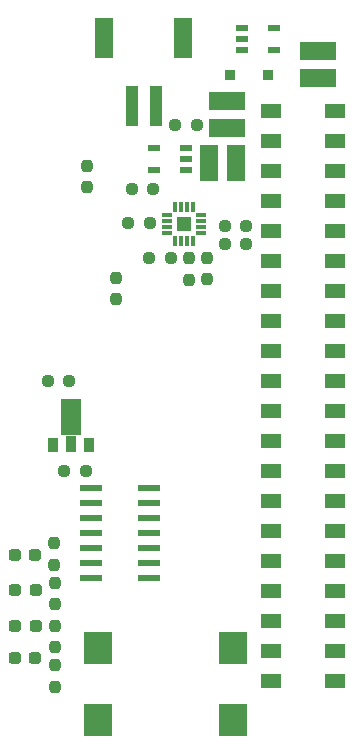
<source format=gbr>
%TF.GenerationSoftware,KiCad,Pcbnew,7.0.9*%
%TF.CreationDate,2023-12-06T19:43:01+08:00*%
%TF.ProjectId,RPI_Pico_header_attiny84_with_solar_Test_Pads_r5,5250495f-5069-4636-9f5f-686561646572,rev?*%
%TF.SameCoordinates,Original*%
%TF.FileFunction,Paste,Top*%
%TF.FilePolarity,Positive*%
%FSLAX46Y46*%
G04 Gerber Fmt 4.6, Leading zero omitted, Abs format (unit mm)*
G04 Created by KiCad (PCBNEW 7.0.9) date 2023-12-06 19:43:01*
%MOMM*%
%LPD*%
G01*
G04 APERTURE LIST*
G04 Aperture macros list*
%AMRoundRect*
0 Rectangle with rounded corners*
0 $1 Rounding radius*
0 $2 $3 $4 $5 $6 $7 $8 $9 X,Y pos of 4 corners*
0 Add a 4 corners polygon primitive as box body*
4,1,4,$2,$3,$4,$5,$6,$7,$8,$9,$2,$3,0*
0 Add four circle primitives for the rounded corners*
1,1,$1+$1,$2,$3*
1,1,$1+$1,$4,$5*
1,1,$1+$1,$6,$7*
1,1,$1+$1,$8,$9*
0 Add four rect primitives between the rounded corners*
20,1,$1+$1,$2,$3,$4,$5,0*
20,1,$1+$1,$4,$5,$6,$7,0*
20,1,$1+$1,$6,$7,$8,$9,0*
20,1,$1+$1,$8,$9,$2,$3,0*%
G04 Aperture macros list end*
%ADD10C,0.010000*%
%ADD11RoundRect,0.237500X-0.250000X-0.237500X0.250000X-0.237500X0.250000X0.237500X-0.250000X0.237500X0*%
%ADD12R,1.981200X0.558800*%
%ADD13RoundRect,0.237500X0.287500X0.237500X-0.287500X0.237500X-0.287500X-0.237500X0.287500X-0.237500X0*%
%ADD14RoundRect,0.237500X-0.237500X0.250000X-0.237500X-0.250000X0.237500X-0.250000X0.237500X0.250000X0*%
%ADD15R,1.000000X0.550000*%
%ADD16R,2.400000X2.800000*%
%ADD17R,1.680000X1.270000*%
%ADD18R,3.050000X1.520000*%
%ADD19R,1.000000X3.500000*%
%ADD20R,1.500000X3.400000*%
%ADD21R,1.520000X3.050000*%
%ADD22RoundRect,0.237500X0.237500X-0.250000X0.237500X0.250000X-0.237500X0.250000X-0.237500X-0.250000X0*%
%ADD23R,0.900000X0.950000*%
%ADD24R,0.900000X1.300000*%
%ADD25R,0.900000X1.475000*%
%ADD26R,1.733000X3.125000*%
%ADD27RoundRect,0.007800X0.422200X0.122200X-0.422200X0.122200X-0.422200X-0.122200X0.422200X-0.122200X0*%
%ADD28RoundRect,0.007800X0.122200X-0.422200X0.122200X0.422200X-0.122200X0.422200X-0.122200X-0.422200X0*%
G04 APERTURE END LIST*
%TO.C,U3*%
D10*
X171610000Y-92735000D02*
X170550000Y-92735000D01*
X170550000Y-91675000D01*
X171610000Y-91675000D01*
X171610000Y-92735000D01*
G36*
X171610000Y-92735000D02*
G01*
X170550000Y-92735000D01*
X170550000Y-91675000D01*
X171610000Y-91675000D01*
X171610000Y-92735000D01*
G37*
%TD*%
D11*
%TO.C,R1*%
X170337500Y-83840000D03*
X172162500Y-83840000D03*
%TD*%
D12*
%TO.C,U1*%
X168150000Y-114545000D03*
X168150000Y-115815000D03*
X168150000Y-117085000D03*
X168150000Y-118355000D03*
X168150000Y-119625000D03*
X168150000Y-120895000D03*
X168150000Y-122165000D03*
X163222400Y-122165000D03*
X163222400Y-120895000D03*
X163222400Y-115815000D03*
X163222400Y-117085000D03*
X163222400Y-119625000D03*
X163222400Y-118355000D03*
X163222400Y-114545000D03*
%TD*%
D13*
%TO.C,D1*%
X158510000Y-128980000D03*
X156760000Y-128980000D03*
%TD*%
D11*
%TO.C,C1*%
X166357500Y-92110000D03*
X168182500Y-92110000D03*
%TD*%
D14*
%TO.C,R4*%
X173010000Y-95107500D03*
X173010000Y-96932500D03*
%TD*%
D11*
%TO.C,R1*%
X174537500Y-92410000D03*
X176362500Y-92410000D03*
%TD*%
D15*
%TO.C,U4*%
X168550000Y-85770000D03*
X171250000Y-85770000D03*
X171250000Y-86720000D03*
X168550000Y-87670000D03*
X171250000Y-87670000D03*
%TD*%
D16*
%TO.C,J3*%
X163820000Y-128170000D03*
X163820000Y-134270000D03*
X175220000Y-134270000D03*
X175220000Y-128170000D03*
%TD*%
D11*
%TO.C,R1*%
X174537500Y-93920000D03*
X176362500Y-93920000D03*
%TD*%
D17*
%TO.C,REF\u002A\u002A*%
X183890000Y-82680000D03*
X178450000Y-82680000D03*
X183890000Y-85220000D03*
X178450000Y-85220000D03*
X178450000Y-87760000D03*
X183890000Y-90300000D03*
X178450000Y-90300000D03*
X183890000Y-92840000D03*
X183890000Y-95380000D03*
X178450000Y-95380000D03*
X178450000Y-97920000D03*
X183890000Y-100460000D03*
X178450000Y-100460000D03*
X183890000Y-103000000D03*
X178450000Y-103000000D03*
X178450000Y-105540000D03*
X183890000Y-108080000D03*
X178450000Y-108080000D03*
X183890000Y-110620000D03*
X178450000Y-110620000D03*
X183890000Y-113160000D03*
X183890000Y-115700000D03*
X178450000Y-115700000D03*
X178450000Y-118240000D03*
X183890000Y-120780000D03*
X178450000Y-120780000D03*
X178450000Y-123320000D03*
X183890000Y-125860000D03*
X178450000Y-125860000D03*
X183890000Y-128400000D03*
X178450000Y-128400000D03*
X183890000Y-130940000D03*
X178450000Y-92840000D03*
X178450000Y-113160000D03*
X178450000Y-130940000D03*
X183890000Y-87760000D03*
X183890000Y-97920000D03*
X183890000Y-105540000D03*
X183890000Y-118240000D03*
X183890000Y-123320000D03*
%TD*%
D11*
%TO.C,C1*%
X166677500Y-89310000D03*
X168502500Y-89310000D03*
%TD*%
D18*
%TO.C,L1*%
X174770000Y-84140000D03*
X174770000Y-81850000D03*
%TD*%
D19*
%TO.C,J1*%
X168700000Y-82260000D03*
X166700000Y-82260000D03*
D20*
X171050000Y-76510000D03*
X164350000Y-76510000D03*
%TD*%
D13*
%TO.C,D1*%
X158527500Y-120260000D03*
X156777500Y-120260000D03*
%TD*%
D21*
%TO.C,C3*%
X173230000Y-87050000D03*
X175520000Y-87050000D03*
%TD*%
D18*
%TO.C,C3*%
X182470000Y-79840000D03*
X182470000Y-77550000D03*
%TD*%
D22*
%TO.C,R4*%
X165310000Y-98595000D03*
X165310000Y-96770000D03*
%TD*%
D13*
%TO.C,D1*%
X158540000Y-126250000D03*
X156790000Y-126250000D03*
%TD*%
D23*
%TO.C,D2*%
X175030000Y-79620000D03*
X178180000Y-79620000D03*
%TD*%
D11*
%TO.C,C1*%
X160937500Y-113140000D03*
X162762500Y-113140000D03*
%TD*%
D24*
%TO.C,U2*%
X160020000Y-110957500D03*
D25*
X161520000Y-110870000D03*
D26*
X161520000Y-108570000D03*
D24*
X163020000Y-110957500D03*
%TD*%
D11*
%TO.C,C1*%
X159577500Y-105510000D03*
X161402500Y-105510000D03*
%TD*%
D14*
%TO.C,R2*%
X160120000Y-119245000D03*
X160120000Y-121070000D03*
%TD*%
%TO.C,R2*%
X160150000Y-126240000D03*
X160150000Y-128065000D03*
%TD*%
D22*
%TO.C,R2*%
X160150000Y-131395000D03*
X160150000Y-129570000D03*
%TD*%
D11*
%TO.C,C1*%
X168157500Y-95090000D03*
X169982500Y-95090000D03*
%TD*%
D27*
%TO.C,U3*%
X172515000Y-92455000D03*
X172515000Y-91955000D03*
X172515000Y-91455000D03*
X169645000Y-91455000D03*
D28*
X171330000Y-90770000D03*
X171830000Y-90770000D03*
X170330000Y-90770000D03*
D27*
X169645000Y-92955000D03*
D28*
X170330000Y-93640000D03*
X171830000Y-93640000D03*
D27*
X169645000Y-92455000D03*
X169645000Y-91955000D03*
D28*
X170830000Y-90770000D03*
X171330000Y-93640000D03*
X170830000Y-93640000D03*
D27*
X172515000Y-92955000D03*
%TD*%
D14*
%TO.C,R1*%
X171500000Y-95120000D03*
X171500000Y-96945000D03*
%TD*%
D13*
%TO.C,D1*%
X158562500Y-123210000D03*
X156812500Y-123210000D03*
%TD*%
D15*
%TO.C,U5*%
X175980000Y-76560000D03*
X178680000Y-75610000D03*
X175980000Y-77510000D03*
X175980000Y-75610000D03*
X178680000Y-77510000D03*
%TD*%
D22*
%TO.C,R1*%
X162930000Y-89112500D03*
X162930000Y-87287500D03*
%TD*%
D14*
%TO.C,R2*%
X160140000Y-122595000D03*
X160140000Y-124420000D03*
%TD*%
M02*

</source>
